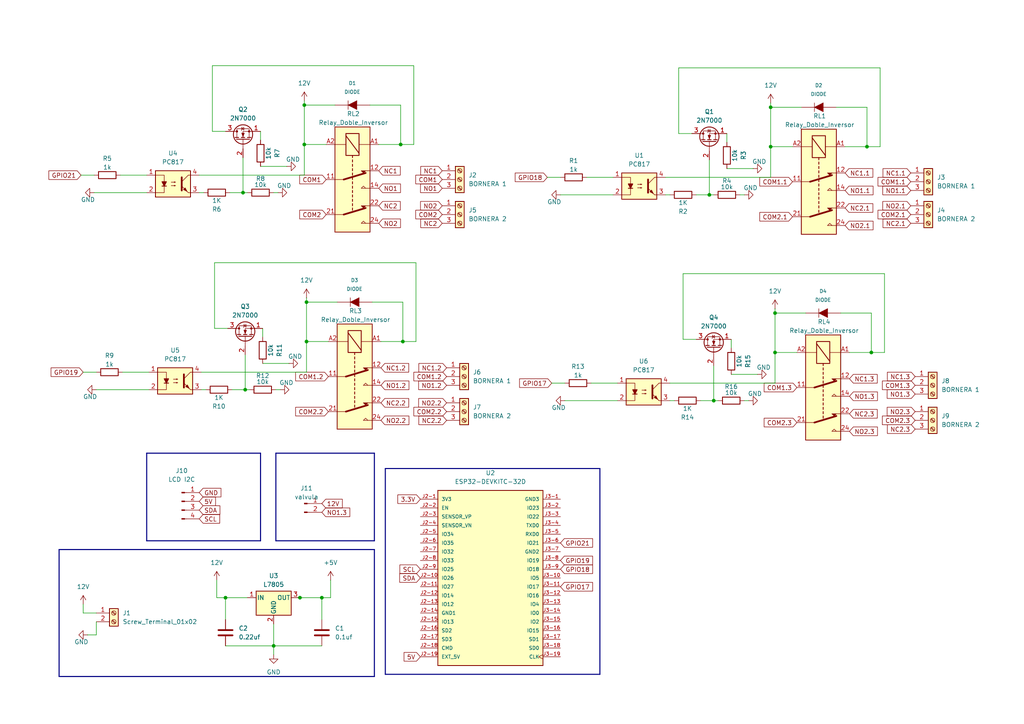
<source format=kicad_sch>
(kicad_sch (version 20231120) (generator "eeschema") (generator_version "8.0")
  (paper "A4")
  (lib_symbols
    (symbol "Connector:Conn_01x02_Pin" (pin_names (offset 1.016) hide)
      (property "Reference" "J" (at 0 2.54 0))
      (property "Value" "Conn_01x02_Pin" (at 0 -5.08 0))
      (symbol "Conn_01x02_Pin_1_1"
        (pin passive line (at 5.08 0 180) (length 3.81) (name "Pin_1") (number "1"))
        (pin passive line (at 5.08 -2.54 180) (length 3.81) (name "Pin_2") (number "2"))
      )
    )
    (symbol "Connector:Conn_01x04_Pin" (pin_names (offset 1.016) hide)
      (property "Reference" "J" (at 0 5.08 0))
      (property "Value" "Conn_01x04_Pin" (at 0 -7.62 0))
      (symbol "Conn_01x04_Pin_1_1"
        (pin passive line (at 5.08 2.54 180) (length 3.81) (name "Pin_1") (number "1"))
        (pin passive line (at 5.08 0 180) (length 3.81) (name "Pin_2") (number "2"))
        (pin passive line (at 5.08 -2.54 180) (length 3.81) (name "Pin_3") (number "3"))
        (pin passive line (at 5.08 -5.08 180) (length 3.81) (name "Pin_4") (number "4"))
      )
    )
    (symbol "Connector:Screw_Terminal_01x02" (pin_names (offset 1.016) hide)
      (property "Reference" "J" (at 0 2.54 0))
      (property "Value" "Screw_Terminal_01x02" (at 0 -5.08 0))
      (symbol "Screw_Terminal_01x02_1_1"
        (pin passive line (at -5.08 0 0) (length 3.81) (name "Pin_1") (number "1"))
        (pin passive line (at -5.08 -2.54 0) (length 3.81) (name "Pin_2") (number "2"))
      )
    )
    (symbol "Connector:Screw_Terminal_01x03" (pin_names (offset 1.016) hide)
      (property "Reference" "J" (at 0 5.08 0))
      (property "Value" "Screw_Terminal_01x03" (at 0 -5.08 0))
      (symbol "Screw_Terminal_01x03_1_1"
        (pin passive line (at -5.08 2.54 0) (length 3.81) (name "Pin_1") (number "1"))
        (pin passive line (at -5.08 0 0) (length 3.81) (name "Pin_2") (number "2"))
        (pin passive line (at -5.08 -2.54 0) (length 3.81) (name "Pin_3") (number "3"))
      )
    )
    (symbol "Device:C" (pin_numbers hide) (pin_names (offset 0.254))
      (property "Reference" "C" (at 0.635 2.54 0))
      (property "Value" "C" (at 0.635 -2.54 0))
      (symbol "C_1_1"
        (pin passive line (at 0 3.81 270) (length 2.794) (name "~") (number "1"))
        (pin passive line (at 0 -3.81 90) (length 2.794) (name "~") (number "2"))
      )
    )
    (symbol "Device:R" (pin_numbers hide) (pin_names (offset 0))
      (property "Reference" "R" (at 2.032 0 90))
      (property "Value" "R" (at 0 0 90))
      (symbol "R_1_1"
        (pin passive line (at 0 3.81 270) (length 1.27) (name "~") (number "1"))
        (pin passive line (at 0 -3.81 90) (length 1.27) (name "~") (number "2"))
      )
    )
    (symbol "EESTN5:DIODE" (pin_numbers hide) (pin_names (offset 1.016) hide)
      (property "Reference" "D" (at 0 2.54 0))
      (property "Value" "DIODE" (at 0 -2.54 0))
      (symbol "DIODE_1_1"
        (pin passive line (at -5.08 0 0) (length 3.81) (name "A") (number "1"))
        (pin passive line (at 5.08 0 180) (length 3.81) (name "K") (number "2"))
      )
    )
    (symbol "EESTN5:PC817" (pin_names (offset 1.016))
      (property "Reference" "U" (at -5.08 5.08 0))
      (property "Value" "PC817" (at 0 5.08 0))
      (symbol "PC817_1_1"
        (pin passive line (at -7.62 2.54 0) (length 2.54) (name "~") (number "1"))
        (pin passive line (at -7.62 -2.54 0) (length 2.54) (name "~") (number "2"))
        (pin passive line (at 7.62 -2.54 180) (length 2.54) (name "~") (number "3"))
        (pin passive line (at 7.62 2.54 180) (length 2.54) (name "~") (number "4"))
      )
    )
    (symbol "EESTN5:Relay_Doble_Inversor" (pin_names (offset 1.016))
      (property "Reference" "RL" (at 21.59 3.81 0))
      (property "Value" "Relay_Doble_Inversor" (at 21.59 1.27 0))
      (property "Datasheet" "http://gfinder.findernet.com//assets/Series/5/S40EN.pdf" (at 0 0 0))
      (symbol "Relay_Doble_Inversor_1_1"
        (pin passive line (at 5.08 -7.62 90) (length 2.54) (name "~") (number "11"))
        (pin passive line (at 2.54 7.62 270) (length 2.54) (name "~") (number "12"))
        (pin passive line (at 7.62 7.62 270) (length 2.54) (name "~") (number "14"))
        (pin passive line (at 15.24 -7.62 90) (length 2.54) (name "~") (number "21"))
        (pin passive line (at 12.7 7.62 270) (length 2.54) (name "~") (number "22"))
        (pin passive line (at 17.78 7.62 270) (length 2.54) (name "~") (number "24"))
        (pin passive line (at -5.08 7.62 270) (length 2.54) (name "~") (number "A1"))
        (pin passive line (at -5.08 -7.62 90) (length 2.54) (name "~") (number "A2"))
      )
    )
    (symbol "ESP32-DEVKITC-32D:ESP32-DEVKITC-32D" (pin_names (offset 1.016))
      (property "Reference" "U" (at -15.2572 26.0643 0))
      (property "Value" "ESP32-DEVKITC-32D" (at -15.2563 -27.9698 0))
      (symbol "ESP32-DEVKITC-32D_0_0"
        (pin power_in line (at -20.32 22.86 0) (length 5.08) (name "3V3") (number "J2-1"))
        (pin bidirectional line (at -20.32 0 0) (length 5.08) (name "IO26") (number "J2-10"))
        (pin bidirectional line (at -20.32 -2.54 0) (length 5.08) (name "IO27") (number "J2-11"))
        (pin bidirectional line (at -20.32 -5.08 0) (length 5.08) (name "IO14") (number "J2-12"))
        (pin bidirectional line (at -20.32 -7.62 0) (length 5.08) (name "IO12") (number "J2-13"))
        (pin power_in line (at -20.32 -10.16 0) (length 5.08) (name "GND1") (number "J2-14"))
        (pin bidirectional line (at -20.32 -12.7 0) (length 5.08) (name "IO13") (number "J2-15"))
        (pin bidirectional line (at -20.32 -15.24 0) (length 5.08) (name "SD2") (number "J2-16"))
        (pin bidirectional line (at -20.32 -17.78 0) (length 5.08) (name "SD3") (number "J2-17"))
        (pin bidirectional line (at -20.32 -20.32 0) (length 5.08) (name "CMD") (number "J2-18"))
        (pin power_in line (at -20.32 -22.86 0) (length 5.08) (name "EXT_5V") (number "J2-19"))
        (pin input line (at -20.32 20.32 0) (length 5.08) (name "EN") (number "J2-2"))
        (pin input line (at -20.32 17.78 0) (length 5.08) (name "SENSOR_VP") (number "J2-3"))
        (pin input line (at -20.32 15.24 0) (length 5.08) (name "SENSOR_VN") (number "J2-4"))
        (pin bidirectional line (at -20.32 12.7 0) (length 5.08) (name "IO34") (number "J2-5"))
        (pin bidirectional line (at -20.32 10.16 0) (length 5.08) (name "IO35") (number "J2-6"))
        (pin bidirectional line (at -20.32 7.62 0) (length 5.08) (name "IO32") (number "J2-7"))
        (pin bidirectional line (at -20.32 5.08 0) (length 5.08) (name "IO33") (number "J2-8"))
        (pin bidirectional line (at -20.32 2.54 0) (length 5.08) (name "IO25") (number "J2-9"))
        (pin power_in line (at 20.32 22.86 180) (length 5.08) (name "GND3") (number "J3-1"))
        (pin bidirectional line (at 20.32 0 180) (length 5.08) (name "IO5") (number "J3-10"))
        (pin bidirectional line (at 20.32 -2.54 180) (length 5.08) (name "IO17") (number "J3-11"))
        (pin bidirectional line (at 20.32 -5.08 180) (length 5.08) (name "IO16") (number "J3-12"))
        (pin bidirectional line (at 20.32 -7.62 180) (length 5.08) (name "IO4") (number "J3-13"))
        (pin bidirectional line (at 20.32 -10.16 180) (length 5.08) (name "IO0") (number "J3-14"))
        (pin bidirectional line (at 20.32 -12.7 180) (length 5.08) (name "IO2") (number "J3-15"))
        (pin bidirectional line (at 20.32 -15.24 180) (length 5.08) (name "IO15") (number "J3-16"))
        (pin bidirectional line (at 20.32 -17.78 180) (length 5.08) (name "SD1") (number "J3-17"))
        (pin bidirectional line (at 20.32 -20.32 180) (length 5.08) (name "SD0") (number "J3-18"))
        (pin input clock (at 20.32 -22.86 180) (length 5.08) (name "CLK") (number "J3-19"))
        (pin bidirectional line (at 20.32 20.32 180) (length 5.08) (name "IO23") (number "J3-2"))
        (pin bidirectional line (at 20.32 17.78 180) (length 5.08) (name "IO22") (number "J3-3"))
        (pin output line (at 20.32 15.24 180) (length 5.08) (name "TXD0") (number "J3-4"))
        (pin input line (at 20.32 12.7 180) (length 5.08) (name "RXD0") (number "J3-5"))
        (pin bidirectional line (at 20.32 10.16 180) (length 5.08) (name "IO21") (number "J3-6"))
        (pin power_in line (at 20.32 7.62 180) (length 5.08) (name "GND2") (number "J3-7"))
        (pin bidirectional line (at 20.32 5.08 180) (length 5.08) (name "IO19") (number "J3-8"))
        (pin bidirectional line (at 20.32 2.54 180) (length 5.08) (name "IO18") (number "J3-9"))
      )
    )
    (symbol "Regulator_Linear:L7805" (pin_names (offset 0.254))
      (property "Reference" "U" (at -3.81 3.175 0))
      (property "Value" "L7805" (at 0 3.175 0))
      (symbol "L7805_1_1"
        (pin power_in line (at -7.62 0 0) (length 2.54) (name "IN") (number "1"))
        (pin power_in line (at 0 -7.62 90) (length 2.54) (name "GND") (number "2"))
        (pin power_out line (at 7.62 0 180) (length 2.54) (name "OUT") (number "3"))
      )
    )
    (symbol "Transistor_FET:2N7000" (pin_names hide)
      (property "Reference" "Q" (at 5.08 1.905 0))
      (property "Value" "2N7000" (at 5.08 0 0))
      (symbol "2N7000_1_1"
        (pin passive line (at 2.54 -5.08 90) (length 2.54) (name "S") (number "1"))
        (pin input line (at -5.08 0 0) (length 2.54) (name "G") (number "2"))
        (pin passive line (at 2.54 5.08 270) (length 2.54) (name "D") (number "3"))
      )
    )
    (symbol "power:+5V" (power) (pin_numbers hide) (pin_names (offset 0) hide)
      (property "Value" "+5V" (at 0 3.556 0))
      (symbol "+5V_1_1"
        (pin power_in line (at 0 0 90) (length 0) (name "~") (number "1"))
      )
    )
    (symbol "power:GND" (power) (pin_numbers hide) (pin_names (offset 0) hide)
      (property "Value" "GND" (at 0 -3.81 0))
      (symbol "GND_1_1"
        (pin power_in line (at 0 0 270) (length 0) (name "~") (number "1"))
      )
    )
    (symbol "power:VCC" (power) (pin_numbers hide) (pin_names (offset 0) hide)
      (property "Value" "VCC" (at 0 3.556 0))
      (symbol "VCC_1_1"
        (pin power_in line (at 0 0 90) (length 0) (name "~") (number "1"))
      )
    )
  )
  (junction (at 224.79 90.805))
  (junction (at 252.73 102.235))
  (junction (at 71.12 113.03))
  (junction (at 205.74 56.515))
  (junction (at 116.84 99.06))
  (junction (at 88.9 99.06))
  (junction (at 70.485 55.88))
  (junction (at 207.01 116.205))
  (junction (at 88.9 87.63))
  (junction (at 251.46 42.545))
  (junction (at 86.995 173.355))
  (junction (at 223.52 42.545))
  (junction (at 116.205 41.91))
  (junction (at 224.79 102.235))
  (junction (at 79.375 187.325))
  (junction (at 65.405 173.355))
  (junction (at 223.52 31.115))
  (junction (at 88.265 41.91))
  (junction (at 88.265 30.48))
  (junction (at 93.345 173.355))
  (wire (pts (xy 214.63 56.515) (xy 215.9 56.515)))
  (bus (pts (xy 108.585 156.845) (xy 108.585 131.445)))
  (wire (pts (xy 57.785 55.88) (xy 59.055 55.88)))
  (wire (pts (xy 255.27 19.685) (xy 255.27 42.545)))
  (wire (pts (xy 83.82 105.41) (xy 76.2 105.41)))
  (wire (pts (xy 203.2 116.205) (xy 207.01 116.205)))
  (wire (pts (xy 163.83 116.205) (xy 179.07 116.205)))
  (wire (pts (xy 94.615 41.91) (xy 88.265 41.91)))
  (wire (pts (xy 233.68 90.805) (xy 224.79 90.805)))
  (wire (pts (xy 251.46 42.545) (xy 251.46 31.115)))
  (bus (pts (xy 42.545 156.845) (xy 75.565 156.845)))
  (wire (pts (xy 232.41 31.115) (xy 223.52 31.115)))
  (wire (pts (xy 58.42 113.03) (xy 59.69 113.03)))
  (bus (pts (xy 108.585 196.215) (xy 17.145 196.215)))
  (wire (pts (xy 70.485 55.88) (xy 71.755 55.88)))
  (wire (pts (xy 97.79 87.63) (xy 88.9 87.63)))
  (wire (pts (xy 120.65 76.2) (xy 120.65 99.06)))
  (bus (pts (xy 108.585 159.385) (xy 108.585 196.215)))
  (wire (pts (xy 65.405 173.355) (xy 71.755 173.355)))
  (wire (pts (xy 207.01 116.205) (xy 208.28 116.205)))
  (wire (pts (xy 24.13 177.8) (xy 24.13 175.26)))
  (wire (pts (xy 88.265 30.48) (xy 88.265 41.91)))
  (bus (pts (xy 111.76 135.89) (xy 173.99 135.89)))
  (wire (pts (xy 27.94 107.95) (xy 24.13 107.95)))
  (wire (pts (xy 196.85 19.685) (xy 255.27 19.685)))
  (wire (pts (xy 62.23 76.2) (xy 62.23 95.25)))
  (wire (pts (xy 27.94 184.15) (xy 25.4 184.15)))
  (wire (pts (xy 205.74 56.515) (xy 207.01 56.515)))
  (wire (pts (xy 210.82 41.275) (xy 210.82 38.735)))
  (bus (pts (xy 173.99 135.89) (xy 173.99 195.58)))
  (wire (pts (xy 163.83 111.125) (xy 160.02 111.125)))
  (wire (pts (xy 62.23 76.2) (xy 120.65 76.2)))
  (wire (pts (xy 88.9 99.06) (xy 88.9 107.95)))
  (wire (pts (xy 194.31 111.125) (xy 224.79 111.125)))
  (wire (pts (xy 120.65 99.06) (xy 116.84 99.06)))
  (wire (pts (xy 88.265 41.91) (xy 88.265 50.8)))
  (wire (pts (xy 27.305 50.8) (xy 23.495 50.8)))
  (wire (pts (xy 79.375 180.975) (xy 79.375 187.325)))
  (wire (pts (xy 65.405 173.355) (xy 65.405 179.705)))
  (wire (pts (xy 27.94 113.03) (xy 43.18 113.03)))
  (wire (pts (xy 223.52 29.845) (xy 223.52 31.115)))
  (wire (pts (xy 61.595 19.05) (xy 120.015 19.05)))
  (wire (pts (xy 35.56 107.95) (xy 43.18 107.95)))
  (bus (pts (xy 17.145 196.215) (xy 17.145 159.385)))
  (wire (pts (xy 252.73 102.235) (xy 252.73 90.805)))
  (wire (pts (xy 171.45 111.125) (xy 179.07 111.125)))
  (wire (pts (xy 70.485 55.88) (xy 70.485 45.72)))
  (wire (pts (xy 116.84 99.06) (xy 116.84 87.63)))
  (bus (pts (xy 108.585 131.445) (xy 80.01 131.445)))
  (wire (pts (xy 162.56 51.435) (xy 158.75 51.435)))
  (wire (pts (xy 231.14 102.235) (xy 224.79 102.235)))
  (bus (pts (xy 111.76 195.58) (xy 111.76 135.89)))
  (wire (pts (xy 97.155 30.48) (xy 88.265 30.48)))
  (wire (pts (xy 95.885 173.355) (xy 95.885 168.275)))
  (wire (pts (xy 120.015 41.91) (xy 116.205 41.91)))
  (wire (pts (xy 79.375 187.325) (xy 93.345 187.325)))
  (wire (pts (xy 252.73 90.805) (xy 243.84 90.805)))
  (wire (pts (xy 193.04 56.515) (xy 194.31 56.515)))
  (wire (pts (xy 27.305 55.88) (xy 42.545 55.88)))
  (wire (pts (xy 85.725 173.355) (xy 86.995 173.355)))
  (wire (pts (xy 34.925 50.8) (xy 42.545 50.8)))
  (bus (pts (xy 80.01 156.845) (xy 108.585 156.845)))
  (wire (pts (xy 95.25 99.06) (xy 88.9 99.06)))
  (wire (pts (xy 252.73 102.235) (xy 246.38 102.235)))
  (wire (pts (xy 201.93 98.425) (xy 198.12 98.425)))
  (wire (pts (xy 215.9 116.205) (xy 217.17 116.205)))
  (wire (pts (xy 116.205 41.91) (xy 116.205 30.48)))
  (wire (pts (xy 219.71 108.585) (xy 212.09 108.585)))
  (wire (pts (xy 61.595 19.05) (xy 61.595 38.1)))
  (wire (pts (xy 27.94 180.34) (xy 27.94 184.15)))
  (wire (pts (xy 93.345 173.355) (xy 93.345 179.705)))
  (bus (pts (xy 173.99 195.58) (xy 111.76 195.58)))
  (wire (pts (xy 76.2 97.79) (xy 76.2 95.25)))
  (wire (pts (xy 88.9 87.63) (xy 88.9 99.06)))
  (wire (pts (xy 27.94 177.8) (xy 24.13 177.8)))
  (wire (pts (xy 198.12 79.375) (xy 198.12 98.425)))
  (wire (pts (xy 205.74 56.515) (xy 205.74 46.355)))
  (wire (pts (xy 62.865 173.355) (xy 65.405 173.355)))
  (wire (pts (xy 256.54 102.235) (xy 252.73 102.235)))
  (wire (pts (xy 88.265 29.21) (xy 88.265 30.48)))
  (bus (pts (xy 80.01 131.445) (xy 80.01 156.845)))
  (wire (pts (xy 116.205 30.48) (xy 107.315 30.48)))
  (wire (pts (xy 116.84 99.06) (xy 110.49 99.06)))
  (wire (pts (xy 116.84 87.63) (xy 107.95 87.63)))
  (wire (pts (xy 66.675 55.88) (xy 70.485 55.88)))
  (wire (pts (xy 116.205 41.91) (xy 109.855 41.91)))
  (bus (pts (xy 75.565 131.445) (xy 42.545 131.445)))
  (wire (pts (xy 212.09 100.965) (xy 212.09 98.425)))
  (wire (pts (xy 201.93 56.515) (xy 205.74 56.515)))
  (wire (pts (xy 88.9 86.36) (xy 88.9 87.63)))
  (wire (pts (xy 93.345 173.355) (xy 95.885 173.355)))
  (wire (pts (xy 67.31 113.03) (xy 71.12 113.03)))
  (wire (pts (xy 194.31 116.205) (xy 195.58 116.205)))
  (wire (pts (xy 75.565 40.64) (xy 75.565 38.1)))
  (wire (pts (xy 162.56 56.515) (xy 177.8 56.515)))
  (wire (pts (xy 193.04 51.435) (xy 223.52 51.435)))
  (wire (pts (xy 71.12 113.03) (xy 72.39 113.03)))
  (wire (pts (xy 224.79 89.535) (xy 224.79 90.805)))
  (wire (pts (xy 86.995 173.355) (xy 93.345 173.355)))
  (wire (pts (xy 224.79 102.235) (xy 224.79 111.125)))
  (wire (pts (xy 65.405 187.325) (xy 79.375 187.325)))
  (wire (pts (xy 223.52 42.545) (xy 223.52 51.435)))
  (wire (pts (xy 255.27 42.545) (xy 251.46 42.545)))
  (wire (pts (xy 223.52 31.115) (xy 223.52 42.545)))
  (wire (pts (xy 66.04 95.25) (xy 62.23 95.25)))
  (wire (pts (xy 170.18 51.435) (xy 177.8 51.435)))
  (wire (pts (xy 71.12 113.03) (xy 71.12 102.87)))
  (wire (pts (xy 62.865 168.275) (xy 62.865 173.355)))
  (wire (pts (xy 57.785 50.8) (xy 88.265 50.8)))
  (wire (pts (xy 224.79 90.805) (xy 224.79 102.235)))
  (wire (pts (xy 58.42 107.95) (xy 88.9 107.95)))
  (wire (pts (xy 256.54 79.375) (xy 256.54 102.235)))
  (wire (pts (xy 198.12 79.375) (xy 256.54 79.375)))
  (bus (pts (xy 75.565 156.845) (xy 75.565 131.445)))
  (wire (pts (xy 79.375 55.88) (xy 80.645 55.88)))
  (wire (pts (xy 80.01 113.03) (xy 81.28 113.03)))
  (wire (pts (xy 251.46 42.545) (xy 245.11 42.545)))
  (bus (pts (xy 17.145 159.385) (xy 108.585 159.385)))
  (wire (pts (xy 83.185 48.26) (xy 75.565 48.26)))
  (wire (pts (xy 200.66 38.735) (xy 196.85 38.735)))
  (wire (pts (xy 79.375 187.325) (xy 79.375 189.865)))
  (wire (pts (xy 120.015 19.05) (xy 120.015 41.91)))
  (wire (pts (xy 218.44 48.895) (xy 210.82 48.895)))
  (wire (pts (xy 229.87 42.545) (xy 223.52 42.545)))
  (wire (pts (xy 65.405 38.1) (xy 61.595 38.1)))
  (wire (pts (xy 196.85 19.685) (xy 196.85 38.735)))
  (wire (pts (xy 207.01 116.205) (xy 207.01 106.045)))
  (wire (pts (xy 251.46 31.115) (xy 242.57 31.115)))
  (bus (pts (xy 42.545 131.445) (xy 42.545 156.845)))
  (global_label "NO1" (shape input) (at 128.27 54.61 180) (property "Intersheetrefs" "${INTERSHEET_REFS}" (effects (hide yes))))
  (global_label "SDA" (shape input) (at 121.92 167.64 180) (property "Intersheetrefs" "${INTERSHEET_REFS}" (effects (hide yes))))
  (global_label "COM1.1" (shape input) (at 264.16 52.705 180) (property "Intersheetrefs" "${INTERSHEET_REFS}" (effects (hide yes))))
  (global_label "COM2.3" (shape input) (at 265.43 121.92 180) (property "Intersheetrefs" "${INTERSHEET_REFS}" (effects (hide yes))))
  (global_label "COM1.3" (shape input) (at 231.14 112.395 180) (property "Intersheetrefs" "${INTERSHEET_REFS}" (effects (hide yes))))
  (global_label "NO1.3" (shape input) (at 265.43 114.3 180) (property "Intersheetrefs" "${INTERSHEET_REFS}" (effects (hide yes))))
  (global_label "COM2.2" (shape input) (at 95.25 119.38 180) (property "Intersheetrefs" "${INTERSHEET_REFS}" (effects (hide yes))))
  (global_label "COM1" (shape input) (at 128.27 52.07 180) (property "Intersheetrefs" "${INTERSHEET_REFS}" (effects (hide yes))))
  (global_label "NC2.3" (shape input) (at 246.38 120.015 0) (property "Intersheetrefs" "${INTERSHEET_REFS}" (effects (hide yes))))
  (global_label "NO2.2" (shape input) (at 110.49 121.92 0) (property "Intersheetrefs" "${INTERSHEET_REFS}" (effects (hide yes))))
  (global_label "GPIO21" (shape input) (at 162.56 157.48 0) (property "Intersheetrefs" "${INTERSHEET_REFS}" (effects (hide yes))))
  (global_label "GPIO19" (shape input) (at 162.56 162.56 0) (property "Intersheetrefs" "${INTERSHEET_REFS}" (effects (hide yes))))
  (global_label "SCL" (shape input) (at 57.785 150.495 0) (property "Intersheetrefs" "${INTERSHEET_REFS}" (effects (hide yes))))
  (global_label "NC1.2" (shape input) (at 129.54 106.68 180) (property "Intersheetrefs" "${INTERSHEET_REFS}" (effects (hide yes))))
  (global_label "5V" (shape input) (at 57.785 145.415 0) (property "Intersheetrefs" "${INTERSHEET_REFS}" (effects (hide yes))))
  (global_label "COM2" (shape input) (at 94.615 62.23 180) (property "Intersheetrefs" "${INTERSHEET_REFS}" (effects (hide yes))))
  (global_label "GPIO18" (shape input) (at 158.75 51.435 180) (property "Intersheetrefs" "${INTERSHEET_REFS}" (effects (hide yes))))
  (global_label "NC2.2" (shape input) (at 129.54 121.92 180) (property "Intersheetrefs" "${INTERSHEET_REFS}" (effects (hide yes))))
  (global_label "NO2" (shape input) (at 109.855 64.77 0) (property "Intersheetrefs" "${INTERSHEET_REFS}" (effects (hide yes))))
  (global_label "NC1.3" (shape input) (at 246.38 109.855 0) (property "Intersheetrefs" "${INTERSHEET_REFS}" (effects (hide yes))))
  (global_label "COM2.1" (shape input) (at 264.16 62.23 180) (property "Intersheetrefs" "${INTERSHEET_REFS}" (effects (hide yes))))
  (global_label "NC1" (shape input) (at 128.27 49.53 180) (property "Intersheetrefs" "${INTERSHEET_REFS}" (effects (hide yes))))
  (global_label "GPIO17" (shape input) (at 162.56 170.18 0) (property "Intersheetrefs" "${INTERSHEET_REFS}" (effects (hide yes))))
  (global_label "NO2.2" (shape input) (at 129.54 116.84 180) (property "Intersheetrefs" "${INTERSHEET_REFS}" (effects (hide yes))))
  (global_label "COM2.3" (shape input) (at 231.14 122.555 180) (property "Intersheetrefs" "${INTERSHEET_REFS}" (effects (hide yes))))
  (global_label "COM1.3" (shape input) (at 265.43 111.76 180) (property "Intersheetrefs" "${INTERSHEET_REFS}" (effects (hide yes))))
  (global_label "NO1.2" (shape input) (at 129.54 111.76 180) (property "Intersheetrefs" "${INTERSHEET_REFS}" (effects (hide yes))))
  (global_label "NC1.1" (shape input) (at 245.11 50.165 0) (property "Intersheetrefs" "${INTERSHEET_REFS}" (effects (hide yes))))
  (global_label "12V" (shape input) (at 93.345 146.05 0) (property "Intersheetrefs" "${INTERSHEET_REFS}" (effects (hide yes))))
  (global_label "5V" (shape input) (at 121.92 190.5 180) (property "Intersheetrefs" "${INTERSHEET_REFS}" (effects (hide yes))))
  (global_label "COM2.2" (shape input) (at 129.54 119.38 180) (property "Intersheetrefs" "${INTERSHEET_REFS}" (effects (hide yes))))
  (global_label "COM2.1" (shape input) (at 229.87 62.865 180) (property "Intersheetrefs" "${INTERSHEET_REFS}" (effects (hide yes))))
  (global_label "COM1" (shape input) (at 94.615 52.07 180) (property "Intersheetrefs" "${INTERSHEET_REFS}" (effects (hide yes))))
  (global_label "NC2" (shape input) (at 109.855 59.69 0) (property "Intersheetrefs" "${INTERSHEET_REFS}" (effects (hide yes))))
  (global_label "NO1.1" (shape input) (at 245.11 55.245 0) (property "Intersheetrefs" "${INTERSHEET_REFS}" (effects (hide yes))))
  (global_label "COM1.2" (shape input) (at 95.25 109.22 180) (property "Intersheetrefs" "${INTERSHEET_REFS}" (effects (hide yes))))
  (global_label "NC2.1" (shape input) (at 264.16 64.77 180) (property "Intersheetrefs" "${INTERSHEET_REFS}" (effects (hide yes))))
  (global_label "NC1.1" (shape input) (at 264.16 50.165 180) (property "Intersheetrefs" "${INTERSHEET_REFS}" (effects (hide yes))))
  (global_label "GPIO19" (shape input) (at 24.13 107.95 180) (property "Intersheetrefs" "${INTERSHEET_REFS}" (effects (hide yes))))
  (global_label "NC2.1" (shape input) (at 245.11 60.325 0) (property "Intersheetrefs" "${INTERSHEET_REFS}" (effects (hide yes))))
  (global_label "SDA" (shape input) (at 57.785 147.955 0) (property "Intersheetrefs" "${INTERSHEET_REFS}" (effects (hide yes))))
  (global_label "NC2.3" (shape input) (at 265.43 124.46 180) (property "Intersheetrefs" "${INTERSHEET_REFS}" (effects (hide yes))))
  (global_label "NO2.3" (shape input) (at 265.43 119.38 180) (property "Intersheetrefs" "${INTERSHEET_REFS}" (effects (hide yes))))
  (global_label "3.3V" (shape input) (at 121.92 144.78 180) (property "Intersheetrefs" "${INTERSHEET_REFS}" (effects (hide yes))))
  (global_label "COM1.1" (shape input) (at 229.87 52.705 180) (property "Intersheetrefs" "${INTERSHEET_REFS}" (effects (hide yes))))
  (global_label "NO1.1" (shape input) (at 264.16 55.245 180) (property "Intersheetrefs" "${INTERSHEET_REFS}" (effects (hide yes))))
  (global_label "NC1" (shape input) (at 109.855 49.53 0) (property "Intersheetrefs" "${INTERSHEET_REFS}" (effects (hide yes))))
  (global_label "NC1.2" (shape input) (at 110.49 106.68 0) (property "Intersheetrefs" "${INTERSHEET_REFS}" (effects (hide yes))))
  (global_label "NO1" (shape input) (at 109.855 54.61 0) (property "Intersheetrefs" "${INTERSHEET_REFS}" (effects (hide yes))))
  (global_label "GPIO17" (shape input) (at 160.02 111.125 180) (property "Intersheetrefs" "${INTERSHEET_REFS}" (effects (hide yes))))
  (global_label "NC2.2" (shape input) (at 110.49 116.84 0) (property "Intersheetrefs" "${INTERSHEET_REFS}" (effects (hide yes))))
  (global_label "NO2.1" (shape input) (at 264.16 59.69 180) (property "Intersheetrefs" "${INTERSHEET_REFS}" (effects (hide yes))))
  (global_label "COM1.2" (shape input) (at 129.54 109.22 180) (property "Intersheetrefs" "${INTERSHEET_REFS}" (effects (hide yes))))
  (global_label "NO1.2" (shape input) (at 110.49 111.76 0) (property "Intersheetrefs" "${INTERSHEET_REFS}" (effects (hide yes))))
  (global_label "NO2.3" (shape input) (at 246.38 125.095 0) (property "Intersheetrefs" "${INTERSHEET_REFS}" (effects (hide yes))))
  (global_label "GPIO21" (shape input) (at 23.495 50.8 180) (property "Intersheetrefs" "${INTERSHEET_REFS}" (effects (hide yes))))
  (global_label "GPIO18" (shape input) (at 162.56 165.1 0) (property "Intersheetrefs" "${INTERSHEET_REFS}" (effects (hide yes))))
  (global_label "SCL" (shape input) (at 121.92 165.1 180) (property "Intersheetrefs" "${INTERSHEET_REFS}" (effects (hide yes))))
  (global_label "NO1.3" (shape input) (at 246.38 114.935 0) (property "Intersheetrefs" "${INTERSHEET_REFS}" (effects (hide yes))))
  (global_label "NC2" (shape input) (at 128.27 64.77 180) (property "Intersheetrefs" "${INTERSHEET_REFS}" (effects (hide yes))))
  (global_label "GND" (shape input) (at 57.785 142.875 0) (property "Intersheetrefs" "${INTERSHEET_REFS}" (effects (hide yes))))
  (global_label "NO2.1" (shape input) (at 245.11 65.405 0) (property "Intersheetrefs" "${INTERSHEET_REFS}" (effects (hide yes))))
  (global_label "NC1.3" (shape input) (at 265.43 109.22 180) (property "Intersheetrefs" "${INTERSHEET_REFS}" (effects (hide yes))))
  (global_label "COM2" (shape input) (at 128.27 62.23 180) (property "Intersheetrefs" "${INTERSHEET_REFS}" (effects (hide yes))))
  (global_label "NO1.3" (shape input) (at 93.345 148.59 0) (property "Intersheetrefs" "${INTERSHEET_REFS}" (effects (hide yes))))
  (global_label "NO2" (shape input) (at 128.27 59.69 180) (property "Intersheetrefs" "${INTERSHEET_REFS}" (effects (hide yes))))
  (symbol (lib_id "power:GND") (at 81.28 113.03 90) (unit 1)
    (property "Reference" "#PWR015" (effects (hide yes)))
    (property "Value" "GND" (at 81.026 110.998 90) (effects (justify right)))
    (property "Description" "Power symbol creates a global label with name \"GND\" , ground" (effects (hide yes)))
  )
  (symbol (lib_id "Device:R") (at 75.565 44.45 0) (unit 1)
    (property "Reference" "R7" (at 80.391 44.45 90))
    (property "Value" "10k" (at 77.851 44.45 90))
    (property "Footprint" "Resistor_SMD:R_0805_2012Metric" (effects (hide yes)))
    (property "Description" "Resistor" (effects (hide yes)))
  )
  (symbol (lib_id "Transistor_FET:2N7000") (at 207.01 100.965 90) (unit 1)
    (property "Reference" "Q4" (at 207.01 92.075 90))
    (property "Value" "2N7000" (at 207.01 94.615 90))
    (property "Footprint" "EESTN5:to92" (effects (hide yes)))
    (property "Datasheet" "https://www.vishay.com/docs/70226/70226.pdf" (effects (hide yes)))
    (property "Description" "0.2A Id, 200V Vds, N-Channel MOSFET, 2.6V Logic Level, TO-92" (effects (hide yes)))
  )
  (symbol (lib_id "Regulator_Linear:L7805") (at 79.375 173.355 0) (unit 1)
    (property "Reference" "U3" (at 79.375 167.005 0))
    (property "Value" "L7805" (at 79.375 169.545 0))
    (property "Footprint" "Package_TO_SOT_THT:TO-220-3_Vertical" (effects (hide yes)))
    (property "Datasheet" "http://www.st.com/content/ccc/resource/technical/document/datasheet/41/4f/b3/b0/12/d4/47/88/CD00000444.pdf/files/CD00000444.pdf/jcr:content/translations/en.CD00000444.pdf" (effects (hide yes)))
    (property "Description" "Positive 1.5A 35V Linear Regulator, Fixed Output 5V, TO-220/TO-263/TO-252" (effects (hide yes)))
  )
  (symbol (lib_id "EESTN5:Relay_Doble_Inversor") (at 237.49 47.625 270) (unit 1)
    (property "Reference" "RL1" (at 237.744 33.655 90))
    (property "Value" "Relay_Doble_Inversor" (at 237.744 36.195 90))
    (property "Footprint" "Relay_THT:Relay_DPDT_Schrack-RT2-FormC_RM5mm" (effects (hide yes)))
    (property "Datasheet" "http://gfinder.findernet.com//assets/Series/5/S40EN.pdf" (effects (hide yes)))
    (property "Description" "FINDER 40.52, Dual Pole Relay, 5mm Pitch, 8A" (effects (hide yes)))
  )
  (symbol (lib_id "Connector:Screw_Terminal_01x03") (at 134.62 119.38 0) (unit 1)
    (property "Reference" "J7" (at 137.16 118.1099 0) (effects (justify left)))
    (property "Value" "BORNERA 2" (at 137.16 120.6499 0) (effects (justify left)))
    (property "Footprint" "TerminalBlock:TerminalBlock_bornier-3_P5.08mm" (effects (hide yes)))
    (property "Description" "Generic screw terminal, single row, 01x03, script generated (kicad-library-utils/schlib/autogen/connector/)" (effects (hide yes)))
  )
  (symbol (lib_id "power:GND") (at 217.17 116.205 90) (unit 1)
    (property "Reference" "#PWR019" (effects (hide yes)))
    (property "Value" "GND" (at 216.916 114.173 90) (effects (justify right)))
    (property "Description" "Power symbol creates a global label with name \"GND\" , ground" (effects (hide yes)))
  )
  (symbol (lib_id "power:+5V") (at 95.885 168.275 0) (unit 1)
    (property "Reference" "#PWR06" (effects (hide yes)))
    (property "Value" "+5V" (at 95.885 163.195 0))
    (property "Description" "Power symbol creates a global label with name \"+5V\"" (effects (hide yes)))
  )
  (symbol (lib_id "power:VCC") (at 223.52 29.845 0) (unit 1)
    (property "Reference" "#PWR04" (effects (hide yes)))
    (property "Value" "12V" (at 223.52 24.765 0))
    (property "Description" "Power symbol creates a global label with name \"VCC\"" (effects (hide yes)))
  )
  (symbol (lib_id "power:VCC") (at 224.79 89.535 0) (unit 1)
    (property "Reference" "#PWR021" (effects (hide yes)))
    (property "Value" "12V" (at 224.79 84.455 0))
    (property "Description" "Power symbol creates a global label with name \"VCC\"" (effects (hide yes)))
  )
  (symbol (lib_id "Device:R") (at 212.09 116.205 90) (unit 1)
    (property "Reference" "R16" (at 212.09 112.141 90))
    (property "Value" "10k" (at 212.09 113.919 90))
    (property "Footprint" "Resistor_SMD:R_0805_2012Metric" (effects (hide yes)))
    (property "Description" "Resistor" (effects (hide yes)))
  )
  (symbol (lib_id "power:GND") (at 79.375 189.865 0) (unit 1)
    (property "Reference" "#PWR03" (effects (hide yes)))
    (property "Value" "GND" (at 79.375 194.945 0))
    (property "Description" "Power symbol creates a global label with name \"GND\" , ground" (effects (hide yes)))
  )
  (symbol (lib_id "Device:R") (at 167.64 111.125 90) (unit 1)
    (property "Reference" "R13" (at 167.64 106.299 90))
    (property "Value" "1k" (at 167.64 108.839 90))
    (property "Footprint" "Resistor_SMD:R_0805_2012Metric" (effects (hide yes)))
    (property "Description" "Resistor" (effects (hide yes)))
  )
  (symbol (lib_id "power:GND") (at 83.82 105.41 90) (unit 1)
    (property "Reference" "#PWR016" (effects (hide yes)))
    (property "Value" "GND" (at 83.566 103.378 90) (effects (justify right)))
    (property "Description" "Power symbol creates a global label with name \"GND\" , ground" (effects (hide yes)))
  )
  (symbol (lib_id "Device:R") (at 198.12 56.515 270) (unit 1)
    (property "Reference" "R2" (at 198.12 61.341 90))
    (property "Value" "1K" (at 198.12 58.801 90))
    (property "Footprint" "Resistor_SMD:R_0805_2012Metric" (effects (hide yes)))
    (property "Description" "Resistor" (effects (hide yes)))
  )
  (symbol (lib_id "power:GND") (at 27.305 55.88 270) (unit 1)
    (property "Reference" "#PWR010" (effects (hide yes)))
    (property "Value" "GND" (at 27.559 57.912 90) (effects (justify right)))
    (property "Description" "Power symbol creates a global label with name \"GND\" , ground" (effects (hide yes)))
  )
  (symbol (lib_id "Device:R") (at 63.5 113.03 270) (unit 1)
    (property "Reference" "R10" (at 63.5 117.856 90))
    (property "Value" "1K" (at 63.5 115.316 90))
    (property "Footprint" "Resistor_SMD:R_0805_2012Metric" (effects (hide yes)))
    (property "Description" "Resistor" (effects (hide yes)))
  )
  (symbol (lib_id "Connector:Screw_Terminal_01x03") (at 134.62 109.22 0) (unit 1)
    (property "Reference" "J6" (at 137.16 107.9499 0) (effects (justify left)))
    (property "Value" "BORNERA 1" (at 137.16 110.4899 0) (effects (justify left)))
    (property "Footprint" "TerminalBlock:TerminalBlock_bornier-3_P5.08mm" (effects (hide yes)))
    (property "Description" "Generic screw terminal, single row, 01x03, script generated (kicad-library-utils/schlib/autogen/connector/)" (effects (hide yes)))
  )
  (symbol (lib_id "Device:C") (at 93.345 183.515 0) (unit 1)
    (property "Reference" "C1" (at 97.155 182.2449 0) (effects (justify left)))
    (property "Value" "0.1uf" (at 97.155 184.7849 0) (effects (justify left)))
    (property "Footprint" "Capacitor_SMD:C_0805_2012Metric_Pad1.18x1.45mm_HandSolder" (effects (hide yes)))
    (property "Description" "Unpolarized capacitor" (effects (hide yes)))
  )
  (symbol (lib_id "power:GND") (at 218.44 48.895 90) (unit 1)
    (property "Reference" "#PWR02" (effects (hide yes)))
    (property "Value" "GND" (at 218.186 46.863 90) (effects (justify right)))
    (property "Description" "Power symbol creates a global label with name \"GND\" , ground" (effects (hide yes)))
  )
  (symbol (lib_id "power:GND") (at 219.71 108.585 90) (unit 1)
    (property "Reference" "#PWR020" (effects (hide yes)))
    (property "Value" "GND" (at 219.456 106.553 90) (effects (justify right)))
    (property "Description" "Power symbol creates a global label with name \"GND\" , ground" (effects (hide yes)))
  )
  (symbol (lib_id "power:GND") (at 215.9 56.515 90) (unit 1)
    (property "Reference" "#PWR01" (effects (hide yes)))
    (property "Value" "GND" (at 215.646 54.483 90) (effects (justify right)))
    (property "Description" "Power symbol creates a global label with name \"GND\" , ground" (effects (hide yes)))
  )
  (symbol (lib_id "Connector:Conn_01x04_Pin") (at 52.705 145.415 0) (unit 1)
    (property "Reference" "J10" (at 52.705 136.525 0))
    (property "Value" "LCD I2C" (at 52.705 139.065 0))
    (property "Footprint" "EESTN5:pin_strip_4" (effects (hide yes)))
    (property "Description" "Generic connector, single row, 01x04, script generated" (effects (hide yes)))
  )
  (symbol (lib_id "EESTN5:Relay_Doble_Inversor") (at 238.76 107.315 270) (unit 1)
    (property "Reference" "RL4" (at 239.014 93.345 90))
    (property "Value" "Relay_Doble_Inversor" (at 239.014 95.885 90))
    (property "Footprint" "Relay_THT:Relay_DPDT_Schrack-RT2-FormC_RM5mm" (effects (hide yes)))
    (property "Datasheet" "http://gfinder.findernet.com//assets/Series/5/S40EN.pdf" (effects (hide yes)))
    (property "Description" "FINDER 40.52, Dual Pole Relay, 5mm Pitch, 8A" (effects (hide yes)))
  )
  (symbol (lib_id "Device:R") (at 166.37 51.435 90) (unit 1)
    (property "Reference" "R1" (at 166.37 46.609 90))
    (property "Value" "1k" (at 166.37 49.149 90))
    (property "Footprint" "Resistor_SMD:R_0805_2012Metric" (effects (hide yes)))
    (property "Description" "Resistor" (effects (hide yes)))
  )
  (symbol (lib_id "Transistor_FET:2N7000") (at 205.74 41.275 90) (unit 1)
    (property "Reference" "Q1" (at 205.74 32.385 90))
    (property "Value" "2N7000" (at 205.74 34.925 90))
    (property "Footprint" "EESTN5:to92" (effects (hide yes)))
    (property "Datasheet" "https://www.vishay.com/docs/70226/70226.pdf" (effects (hide yes)))
    (property "Description" "0.2A Id, 200V Vds, N-Channel MOSFET, 2.6V Logic Level, TO-92" (effects (hide yes)))
  )
  (symbol (lib_id "EESTN5:Relay_Doble_Inversor") (at 102.87 104.14 270) (unit 1)
    (property "Reference" "RL3" (at 103.124 90.17 90))
    (property "Value" "Relay_Doble_Inversor" (at 103.124 92.71 90))
    (property "Footprint" "Relay_THT:Relay_DPDT_Schrack-RT2-FormC_RM5mm" (effects (hide yes)))
    (property "Datasheet" "http://gfinder.findernet.com//assets/Series/5/S40EN.pdf" (effects (hide yes)))
    (property "Description" "FINDER 40.52, Dual Pole Relay, 5mm Pitch, 8A" (effects (hide yes)))
  )
  (symbol (lib_id "power:VCC") (at 88.9 86.36 0) (unit 1)
    (property "Reference" "#PWR017" (effects (hide yes)))
    (property "Value" "12V" (at 88.9 81.28 0))
    (property "Description" "Power symbol creates a global label with name \"VCC\"" (effects (hide yes)))
  )
  (symbol (lib_id "Connector:Conn_01x02_Pin") (at 88.265 146.05 0) (unit 1)
    (property "Reference" "J11" (at 88.9 141.605 0))
    (property "Value" "valvula" (at 88.9 144.145 0))
    (property "Footprint" "Connector_PinHeader_2.54mm:PinHeader_1x02_P2.54mm_Vertical" (effects (hide yes)))
    (property "Description" "Generic connector, single row, 01x02, script generated" (effects (hide yes)))
  )
  (symbol (lib_id "Connector:Screw_Terminal_01x03") (at 270.51 121.92 0) (unit 1)
    (property "Reference" "J9" (at 273.05 120.6499 0) (effects (justify left)))
    (property "Value" "BORNERA 2" (at 273.05 123.1899 0) (effects (justify left)))
    (property "Footprint" "TerminalBlock:TerminalBlock_bornier-3_P5.08mm" (effects (hide yes)))
    (property "Description" "Generic screw terminal, single row, 01x03, script generated (kicad-library-utils/schlib/autogen/connector/)" (effects (hide yes)))
  )
  (symbol (lib_id "Transistor_FET:2N7000") (at 71.12 97.79 90) (unit 1)
    (property "Reference" "Q3" (at 71.12 88.9 90))
    (property "Value" "2N7000" (at 71.12 91.44 90))
    (property "Footprint" "EESTN5:to92" (effects (hide yes)))
    (property "Datasheet" "https://www.vishay.com/docs/70226/70226.pdf" (effects (hide yes)))
    (property "Description" "0.2A Id, 200V Vds, N-Channel MOSFET, 2.6V Logic Level, TO-92" (effects (hide yes)))
  )
  (symbol (lib_id "power:VCC") (at 24.13 175.26 0) (unit 1)
    (property "Reference" "#PWR08" (effects (hide yes)))
    (property "Value" "12V" (at 24.13 170.18 0))
    (property "Description" "Power symbol creates a global label with name \"VCC\"" (effects (hide yes)))
  )
  (symbol (lib_id "Connector:Screw_Terminal_01x03") (at 133.35 62.23 0) (unit 1)
    (property "Reference" "J5" (at 135.89 60.9599 0) (effects (justify left)))
    (property "Value" "BORNERA 2" (at 135.89 63.4999 0) (effects (justify left)))
    (property "Footprint" "TerminalBlock:TerminalBlock_bornier-3_P5.08mm" (effects (hide yes)))
    (property "Description" "Generic screw terminal, single row, 01x03, script generated (kicad-library-utils/schlib/autogen/connector/)" (effects (hide yes)))
  )
  (symbol (lib_id "Device:R") (at 210.82 45.085 0) (unit 1)
    (property "Reference" "R3" (at 215.646 45.085 90))
    (property "Value" "10k" (at 213.106 45.085 90))
    (property "Footprint" "Resistor_SMD:R_0805_2012Metric" (effects (hide yes)))
    (property "Description" "Resistor" (effects (hide yes)))
  )
  (symbol (lib_id "Device:C") (at 65.405 183.515 0) (unit 1)
    (property "Reference" "C2" (at 69.215 182.2449 0) (effects (justify left)))
    (property "Value" "0.22uf" (at 69.215 184.7849 0) (effects (justify left)))
    (property "Footprint" "Capacitor_SMD:C_0805_2012Metric_Pad1.18x1.45mm_HandSolder" (effects (hide yes)))
    (property "Description" "Unpolarized capacitor" (effects (hide yes)))
  )
  (symbol (lib_id "Device:R") (at 31.75 107.95 90) (unit 1)
    (property "Reference" "R9" (at 31.75 103.124 90))
    (property "Value" "1k" (at 31.75 105.664 90))
    (property "Footprint" "Resistor_SMD:R_0805_2012Metric" (effects (hide yes)))
    (property "Description" "Resistor" (effects (hide yes)))
  )
  (symbol (lib_id "EESTN5:DIODE") (at 102.87 87.63 180) (unit 1)
    (property "Reference" "D3" (at 102.8319 81.28 0) (effects (font (size 1.016 1.016))))
    (property "Value" "DIODE" (at 102.8319 83.82 0) (effects (font (size 1.016 1.016))))
    (property "Footprint" "Diode_SMD:D_SMA" (effects (hide yes)))
  )
  (symbol (lib_id "Connector:Screw_Terminal_01x03") (at 269.24 62.23 0) (unit 1)
    (property "Reference" "J4" (at 271.78 60.9599 0) (effects (justify left)))
    (property "Value" "BORNERA 2" (at 271.78 63.4999 0) (effects (justify left)))
    (property "Footprint" "TerminalBlock:TerminalBlock_bornier-3_P5.08mm" (effects (hide yes)))
    (property "Description" "Generic screw terminal, single row, 01x03, script generated (kicad-library-utils/schlib/autogen/connector/)" (effects (hide yes)))
  )
  (symbol (lib_id "ESP32-DEVKITC-32D:ESP32-DEVKITC-32D") (at 142.24 167.64 0) (unit 1)
    (property "Reference" "U2" (at 142.24 137.16 0))
    (property "Value" "ESP32-DEVKITC-32D" (at 142.24 139.7 0))
    (property "Footprint" "nueva huella esp32:MODULE_ESP32-DEVKITC-32D" (effects (hide yes)))
    (property "MF" "Espressif Systems" (effects (hide yes)))
    (property "MAXIMUM_PACKAGE_HEIGHT" "N/A" (effects (hide yes)))
    (property "Package" "None" (effects (hide yes)))
    (property "Price" "None" (effects (hide yes)))
    (property "Check_prices" "https://www.snapeda.com/parts/ESP32-DEVKITC-32D/Espressif+Systems/view-part/?ref=eda" (effects (hide yes)))
    (property "STANDARD" "Manufacturer Recommendations" (effects (hide yes)))
    (property "PARTREV" "V4" (effects (hide yes)))
    (property "SnapEDA_Link" "https://www.snapeda.com/parts/ESP32-DEVKITC-32D/Espressif+Systems/view-part/?ref=snap" (effects (hide yes)))
    (property "MP" "ESP32-DEVKITC-32D" (effects (hide yes)))
    (property "Description_1" "\n                        \n                            WiFi Development Tools (802.11) ESP32 General Development Kit, ESP32-WROOM-32D on the board\n                        \n" (effects (hide yes)))
    (property "MANUFACTURER" "Espressif Systems" (effects (hide yes)))
    (property "Availability" "In Stock" (effects (hide yes)))
    (property "SNAPEDA_PN" "ESP32-DEVKITC-32D" (effects (hide yes)))
  )
  (symbol (lib_id "power:GND") (at 163.83 116.205 270) (unit 1)
    (property "Reference" "#PWR018" (effects (hide yes)))
    (property "Value" "GND" (at 164.084 118.237 90) (effects (justify right)))
    (property "Description" "Power symbol creates a global label with name \"GND\" , ground" (effects (hide yes)))
  )
  (symbol (lib_id "Connector:Screw_Terminal_01x03") (at 269.24 52.705 0) (unit 1)
    (property "Reference" "J3" (at 271.78 51.4349 0) (effects (justify left)))
    (property "Value" "BORNERA 1" (at 271.78 53.9749 0) (effects (justify left)))
    (property "Footprint" "TerminalBlock:TerminalBlock_bornier-3_P5.08mm" (effects (hide yes)))
    (property "Description" "Generic screw terminal, single row, 01x03, script generated (kicad-library-utils/schlib/autogen/connector/)" (effects (hide yes)))
  )
  (symbol (lib_id "power:GND") (at 27.94 113.03 270) (unit 1)
    (property "Reference" "#PWR014" (effects (hide yes)))
    (property "Value" "GND" (at 28.194 115.062 90) (effects (justify right)))
    (property "Description" "Power symbol creates a global label with name \"GND\" , ground" (effects (hide yes)))
  )
  (symbol (lib_id "power:GND") (at 162.56 56.515 270) (unit 1)
    (property "Reference" "#PWR09" (effects (hide yes)))
    (property "Value" "GND" (at 162.814 58.547 90) (effects (justify right)))
    (property "Description" "Power symbol creates a global label with name \"GND\" , ground" (effects (hide yes)))
  )
  (symbol (lib_id "power:GND") (at 83.185 48.26 90) (unit 1)
    (property "Reference" "#PWR012" (effects (hide yes)))
    (property "Value" "GND" (at 82.931 46.228 90) (effects (justify right)))
    (property "Description" "Power symbol creates a global label with name \"GND\" , ground" (effects (hide yes)))
  )
  (symbol (lib_id "power:GND") (at 80.645 55.88 90) (unit 1)
    (property "Reference" "#PWR011" (effects (hide yes)))
    (property "Value" "GND" (at 80.391 53.848 90) (effects (justify right)))
    (property "Description" "Power symbol creates a global label with name \"GND\" , ground" (effects (hide yes)))
  )
  (symbol (lib_id "Device:R") (at 199.39 116.205 270) (unit 1)
    (property "Reference" "R14" (at 199.39 121.031 90))
    (property "Value" "1K" (at 199.39 118.491 90))
    (property "Footprint" "Resistor_SMD:R_0805_2012Metric" (effects (hide yes)))
    (property "Description" "Resistor" (effects (hide yes)))
  )
  (symbol (lib_id "Device:R") (at 62.865 55.88 270) (unit 1)
    (property "Reference" "R6" (at 62.865 60.706 90))
    (property "Value" "1K" (at 62.865 58.166 90))
    (property "Footprint" "Resistor_SMD:R_0805_2012Metric" (effects (hide yes)))
    (property "Description" "Resistor" (effects (hide yes)))
  )
  (symbol (lib_id "power:GND") (at 25.4 184.15 270) (unit 1)
    (property "Reference" "#PWR07" (effects (hide yes)))
    (property "Value" "GND" (at 25.654 186.182 90) (effects (justify right)))
    (property "Description" "Power symbol creates a global label with name \"GND\" , ground" (effects (hide yes)))
  )
  (symbol (lib_id "power:VCC") (at 88.265 29.21 0) (unit 1)
    (property "Reference" "#PWR013" (effects (hide yes)))
    (property "Value" "12V" (at 88.265 24.13 0))
    (property "Description" "Power symbol creates a global label with name \"VCC\"" (effects (hide yes)))
  )
  (symbol (lib_id "EESTN5:PC817") (at 185.42 53.975 0) (unit 1)
    (property "Reference" "U1" (at 185.42 45.085 0))
    (property "Value" "PC817" (at 185.42 47.625 0))
    (property "Footprint" "Package_SO:SSO-4_6.7x5.1mm_P2.54mm_Clearance8mm" (effects (hide yes)))
    (property "Datasheet" "http://www.soselectronic.cz/a_info/resource/d/pc817.pdf" (effects (hide yes)))
    (property "Description" "DC Optocoupler, Vce 35V, CTR 50-300%, DIP4" (effects (hide yes)))
  )
  (symbol (lib_id "EESTN5:PC817") (at 186.69 113.665 0) (unit 1)
    (property "Reference" "U6" (at 186.69 104.775 0))
    (property "Value" "PC817" (at 186.69 107.315 0))
    (property "Footprint" "Package_SO:SSO-4_6.7x5.1mm_P2.54mm_Clearance8mm" (effects (hide yes)))
    (property "Datasheet" "http://www.soselectronic.cz/a_info/resource/d/pc817.pdf" (effects (hide yes)))
    (property "Description" "DC Optocoupler, Vce 35V, CTR 50-300%, DIP4" (effects (hide yes)))
  )
  (symbol (lib_id "EESTN5:Relay_Doble_Inversor") (at 102.235 46.99 270) (unit 1)
    (property "Reference" "RL2" (at 102.489 33.02 90))
    (property "Value" "Relay_Doble_Inversor" (at 102.489 35.56 90))
    (property "Footprint" "Relay_THT:Relay_DPDT_Schrack-RT2-FormC_RM5mm" (effects (hide yes)))
    (property "Datasheet" "http://gfinder.findernet.com//assets/Series/5/S40EN.pdf" (effects (hide yes)))
    (property "Description" "FINDER 40.52, Dual Pole Relay, 5mm Pitch, 8A" (effects (hide yes)))
  )
  (symbol (lib_id "EESTN5:DIODE") (at 238.76 90.805 180) (unit 1)
    (property "Reference" "D4" (at 238.7219 84.455 0) (effects (font (size 1.016 1.016))))
    (property "Value" "DIODE" (at 238.7219 86.995 0) (effects (font (size 1.016 1.016))))
    (property "Footprint" "Diode_SMD:D_SMA" (effects (hide yes)))
  )
  (symbol (lib_id "Device:R") (at 210.82 56.515 90) (unit 1)
    (property "Reference" "R4" (at 210.82 52.451 90))
    (property "Value" "10k" (at 210.82 54.229 90))
    (property "Footprint" "Resistor_SMD:R_0805_2012Metric" (effects (hide yes)))
    (property "Description" "Resistor" (effects (hide yes)))
  )
  (symbol (lib_id "EESTN5:PC817") (at 50.8 110.49 0) (unit 1)
    (property "Reference" "U5" (at 50.8 101.6 0))
    (property "Value" "PC817" (at 50.8 104.14 0))
    (property "Footprint" "Package_SO:SSO-4_6.7x5.1mm_P2.54mm_Clearance8mm" (effects (hide yes)))
    (property "Datasheet" "http://www.soselectronic.cz/a_info/resource/d/pc817.pdf" (effects (hide yes)))
    (property "Description" "DC Optocoupler, Vce 35V, CTR 50-300%, DIP4" (effects (hide yes)))
  )
  (symbol (lib_id "EESTN5:PC817") (at 50.165 53.34 0) (unit 1)
    (property "Reference" "U4" (at 50.165 44.45 0))
    (property "Value" "PC817" (at 50.165 46.99 0))
    (property "Footprint" "Package_SO:SSO-4_6.7x5.1mm_P2.54mm_Clearance8mm" (effects (hide yes)))
    (property "Datasheet" "http://www.soselectronic.cz/a_info/resource/d/pc817.pdf" (effects (hide yes)))
    (property "Description" "DC Optocoupler, Vce 35V, CTR 50-300%, DIP4" (effects (hide yes)))
  )
  (symbol (lib_id "Connector:Screw_Terminal_01x02") (at 33.02 177.8 0) (unit 1)
    (property "Reference" "J1" (at 35.56 177.7999 0) (effects (justify left)))
    (property "Value" "Screw_Terminal_01x02" (at 35.56 180.3399 0) (effects (justify left)))
    (property "Footprint" "TerminalBlock:TerminalBlock_bornier-2_P5.08mm" (effects (hide yes)))
    (property "Description" "Generic screw terminal, single row, 01x02, script generated (kicad-library-utils/schlib/autogen/connector/)" (effects (hide yes)))
  )
  (symbol (lib_id "Transistor_FET:2N7000") (at 70.485 40.64 90) (unit 1)
    (property "Reference" "Q2" (at 70.485 31.75 90))
    (property "Value" "2N7000" (at 70.485 34.29 90))
    (property "Footprint" "EESTN5:to92" (effects (hide yes)))
    (property "Datasheet" "https://www.vishay.com/docs/70226/70226.pdf" (effects (hide yes)))
    (property "Description" "0.2A Id, 200V Vds, N-Channel MOSFET, 2.6V Logic Level, TO-92" (effects (hide yes)))
  )
  (symbol (lib_id "Device:R") (at 31.115 50.8 90) (unit 1)
    (property "Reference" "R5" (at 31.115 45.974 90))
    (property "Value" "1k" (at 31.115 48.514 90))
    (property "Footprint" "Resistor_SMD:R_0805_2012Metric" (effects (hide yes)))
    (property "Description" "Resistor" (effects (hide yes)))
  )
  (symbol (lib_id "Device:R") (at 75.565 55.88 90) (unit 1)
    (property "Reference" "R8" (at 75.565 51.816 90))
    (property "Value" "10k" (at 75.565 53.594 90))
    (property "Footprint" "Resistor_SMD:R_0805_2012Metric" (effects (hide yes)))
    (property "Description" "Resistor" (effects (hide yes)))
  )
  (symbol (lib_id "EESTN5:DIODE") (at 102.235 30.48 180) (unit 1)
    (property "Reference" "D1" (at 102.1969 24.13 0) (effects (font (size 1.016 1.016))))
    (property "Value" "DIODE" (at 102.1969 26.67 0) (effects (font (size 1.016 1.016))))
    (property "Footprint" "Diode_SMD:D_SMA" (effects (hide yes)))
  )
  (symbol (lib_id "EESTN5:DIODE") (at 237.49 31.115 180) (unit 1)
    (property "Reference" "D2" (at 237.4519 24.765 0) (effects (font (size 1.016 1.016))))
    (property "Value" "DIODE" (at 237.4519 27.305 0) (effects (font (size 1.016 1.016))))
    (property "Footprint" "Diode_SMD:D_SMA" (effects (hide yes)))
  )
  (symbol (lib_id "Device:R") (at 76.2 101.6 0) (unit 1)
    (property "Reference" "R11" (at 81.026 101.6 90))
    (property "Value" "10k" (at 78.486 101.6 90))
    (property "Footprint" "Resistor_SMD:R_0805_2012Metric" (effects (hide yes)))
    (property "Description" "Resistor" (effects (hide yes)))
  )
  (symbol (lib_id "Device:R") (at 212.09 104.775 0) (unit 1)
    (property "Reference" "R15" (at 216.916 104.775 90))
    (property "Value" "10k" (at 214.376 104.775 90))
    (property "Footprint" "Resistor_SMD:R_0805_2012Metric" (effects (hide yes)))
    (property "Description" "Resistor" (effects (hide yes)))
  )
  (symbol (lib_id "power:VCC") (at 62.865 168.275 0) (unit 1)
    (property "Reference" "#PWR05" (effects (hide yes)))
    (property "Value" "12V" (at 62.865 163.195 0))
    (property "Description" "Power symbol creates a global label with name \"VCC\"" (effects (hide yes)))
  )
  (symbol (lib_id "Connector:Screw_Terminal_01x03") (at 270.51 111.76 0) (unit 1)
    (property "Reference" "J8" (at 273.05 110.4899 0) (effects (justify left)))
    (property "Value" "BORNERA 1" (at 273.05 113.0299 0) (effects (justify left)))
    (property "Footprint" "TerminalBlock:TerminalBlock_bornier-3_P5.08mm" (effects (hide yes)))
    (property "Description" "Generic screw terminal, single row, 01x03, script generated (kicad-library-utils/schlib/autogen/connector/)" (effects (hide yes)))
  )
  (symbol (lib_id "Device:R") (at 76.2 113.03 90) (unit 1)
    (property "Reference" "R12" (at 76.2 108.966 90))
    (property "Value" "10k" (at 76.2 110.744 90))
    (property "Footprint" "Resistor_SMD:R_0805_2012Metric" (effects (hide yes)))
    (property "Description" "Resistor" (effects (hide yes)))
  )
  (symbol (lib_id "Connector:Screw_Terminal_01x03") (at 133.35 52.07 0) (unit 1)
    (property "Reference" "J2" (at 135.89 50.7999 0) (effects (justify left)))
    (property "Value" "BORNERA 1" (at 135.89 53.3399 0) (effects (justify left)))
    (property "Footprint" "TerminalBlock:TerminalBlock_bornier-3_P5.08mm" (effects (hide yes)))
    (property "Description" "Generic screw terminal, single row, 01x03, script generated (kicad-library-utils/schlib/autogen/connector/)" (effects (hide yes)))
  )
)
</source>
